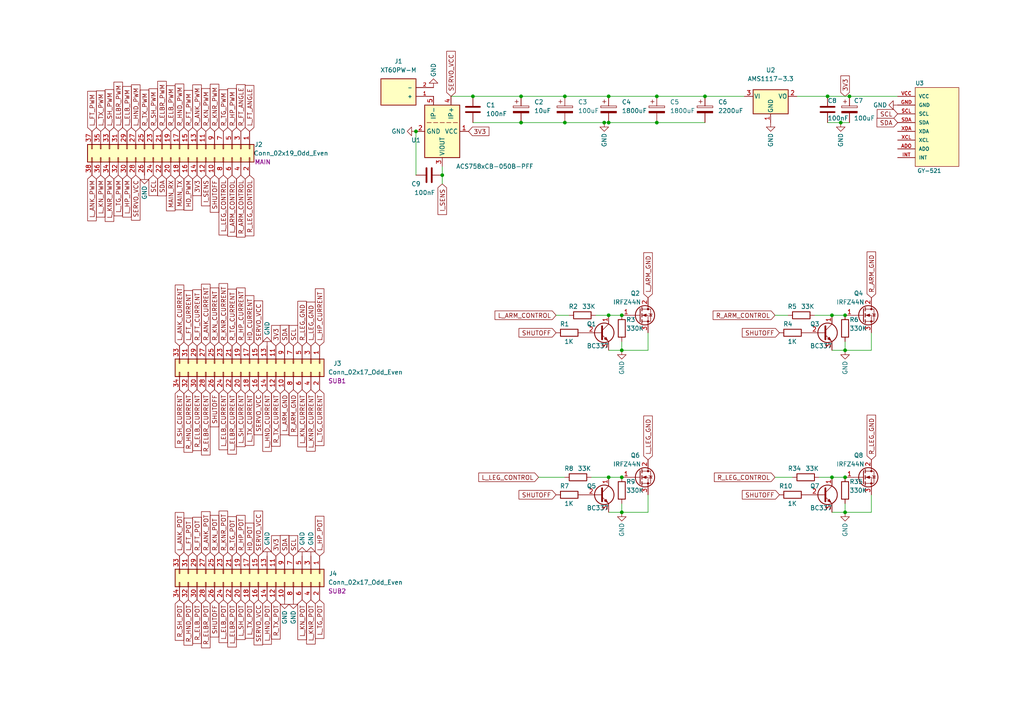
<source format=kicad_sch>
(kicad_sch (version 20230121) (generator eeschema)
  (paper "A4")
  (lib_symbols
    (symbol "Ben_modules:GY-521" (pin_names (offset 1.016))
      (property "Reference" "U" (at -5.715 13.335 0))
      (property "Value" "GY-521" (at -5.715 11.43 0))
      (symbol "GY-521_1_0"
        (rectangle (start -6.35 11.43) (end 6.35 -11.43) (fill (type background)))
      )
      (symbol "GY-521_1_1"
        (pin bidirectional line (at -11.43 -6.35 0) (length 5.08) (name "ADO") (number "ADO"))
        (pin bidirectional line (at -11.43 6.35 0) (length 5.08) (name "GND") (number "GND"))
        (pin bidirectional line (at -11.43 -8.89 0) (length 5.08) (name "INT") (number "INT"))
        (pin bidirectional line (at -11.43 3.81 0) (length 5.08) (name "SCL") (number "SCL"))
        (pin bidirectional line (at -11.43 1.27 0) (length 5.08) (name "SDA") (number "SDA"))
        (pin bidirectional line (at -11.43 8.89 0) (length 5.08) (name "VCC") (number "VCC"))
        (pin bidirectional line (at -11.43 -3.81 0) (length 5.08) (name "XCL") (number "XCL"))
        (pin bidirectional line (at -11.43 -1.27 0) (length 5.08) (name "XDA") (number "XDA"))
      )
    )
    (symbol "Ben_modules:XT60PW-M" (pin_names (offset 1.016))
      (property "Reference" "J" (at -5.08 5.7234 0))
      (property "Value" "XT60PW-M" (at -5.08 -5.0923 0))
      (symbol "XT60PW-M_0_0"
        (rectangle (start -5.08 -2.54) (end 5.08 5.08) (stroke (width 0.254)) (fill (type background)))
        (pin passive line (at -10.16 2.54 0) (length 5.08) (name "+") (number "1"))
        (pin passive line (at -10.16 0 0) (length 5.08) (name "-") (number "2"))
      )
    )
    (symbol "Connector_Generic:Conn_02x17_Odd_Even" (pin_names (offset 1.016) hide)
      (property "Reference" "J" (at 1.27 22.86 0))
      (property "Value" "Conn_02x17_Odd_Even" (at 1.27 -22.86 0))
      (symbol "Conn_02x17_Odd_Even_1_1"
        (rectangle (start -1.27 -20.193) (end 0 -20.447) (stroke (width 0.1524)))
        (rectangle (start -1.27 -17.653) (end 0 -17.907) (stroke (width 0.1524)))
        (rectangle (start -1.27 -15.113) (end 0 -15.367) (stroke (width 0.1524)))
        (rectangle (start -1.27 -12.573) (end 0 -12.827) (stroke (width 0.1524)))
        (rectangle (start -1.27 -10.033) (end 0 -10.287) (stroke (width 0.1524)))
        (rectangle (start -1.27 -7.493) (end 0 -7.747) (stroke (width 0.1524)))
        (rectangle (start -1.27 -4.953) (end 0 -5.207) (stroke (width 0.1524)))
        (rectangle (start -1.27 -2.413) (end 0 -2.667) (stroke (width 0.1524)))
        (rectangle (start -1.27 0.127) (end 0 -0.127) (stroke (width 0.1524)))
        (rectangle (start -1.27 2.667) (end 0 2.413) (stroke (width 0.1524)))
        (rectangle (start -1.27 5.207) (end 0 4.953) (stroke (width 0.1524)))
        (rectangle (start -1.27 7.747) (end 0 7.493) (stroke (width 0.1524)))
        (rectangle (start -1.27 10.287) (end 0 10.033) (stroke (width 0.1524)))
        (rectangle (start -1.27 12.827) (end 0 12.573) (stroke (width 0.1524)))
        (rectangle (start -1.27 15.367) (end 0 15.113) (stroke (width 0.1524)))
        (rectangle (start -1.27 17.907) (end 0 17.653) (stroke (width 0.1524)))
        (rectangle (start -1.27 20.447) (end 0 20.193) (stroke (width 0.1524)))
        (rectangle (start -1.27 21.59) (end 3.81 -21.59) (stroke (width 0.254)) (fill (type background)))
        (rectangle (start 3.81 -20.193) (end 2.54 -20.447) (stroke (width 0.1524)))
        (rectangle (start 3.81 -17.653) (end 2.54 -17.907) (stroke (width 0.1524)))
        (rectangle (start 3.81 -15.113) (end 2.54 -15.367) (stroke (width 0.1524)))
        (rectangle (start 3.81 -12.573) (end 2.54 -12.827) (stroke (width 0.1524)))
        (rectangle (start 3.81 -10.033) (end 2.54 -10.287) (stroke (width 0.1524)))
        (rectangle (start 3.81 -7.493) (end 2.54 -7.747) (stroke (width 0.1524)))
        (rectangle (start 3.81 -4.953) (end 2.54 -5.207) (stroke (width 0.1524)))
        (rectangle (start 3.81 -2.413) (end 2.54 -2.667) (stroke (width 0.1524)))
        (rectangle (start 3.81 0.127) (end 2.54 -0.127) (stroke (width 0.1524)))
        (rectangle (start 3.81 2.667) (end 2.54 2.413) (stroke (width 0.1524)))
        (rectangle (start 3.81 5.207) (end 2.54 4.953) (stroke (width 0.1524)))
        (rectangle (start 3.81 7.747) (end 2.54 7.493) (stroke (width 0.1524)))
        (rectangle (start 3.81 10.287) (end 2.54 10.033) (stroke (width 0.1524)))
        (rectangle (start 3.81 12.827) (end 2.54 12.573) (stroke (width 0.1524)))
        (rectangle (start 3.81 15.367) (end 2.54 15.113) (stroke (width 0.1524)))
        (rectangle (start 3.81 17.907) (end 2.54 17.653) (stroke (width 0.1524)))
        (rectangle (start 3.81 20.447) (end 2.54 20.193) (stroke (width 0.1524)))
        (pin passive line (at -5.08 20.32 0) (length 3.81) (name "Pin_1") (number "1"))
        (pin passive line (at 7.62 10.16 180) (length 3.81) (name "Pin_10") (number "10"))
        (pin passive line (at -5.08 7.62 0) (length 3.81) (name "Pin_11") (number "11"))
        (pin passive line (at 7.62 7.62 180) (length 3.81) (name "Pin_12") (number "12"))
        (pin passive line (at -5.08 5.08 0) (length 3.81) (name "Pin_13") (number "13"))
        (pin passive line (at 7.62 5.08 180) (length 3.81) (name "Pin_14") (number "14"))
        (pin passive line (at -5.08 2.54 0) (length 3.81) (name "Pin_15") (number "15"))
        (pin passive line (at 7.62 2.54 180) (length 3.81) (name "Pin_16") (number "16"))
        (pin passive line (at -5.08 0 0) (length 3.81) (name "Pin_17") (number "17"))
        (pin passive line (at 7.62 0 180) (length 3.81) (name "Pin_18") (number "18"))
        (pin passive line (at -5.08 -2.54 0) (length 3.81) (name "Pin_19") (number "19"))
        (pin passive line (at 7.62 20.32 180) (length 3.81) (name "Pin_2") (number "2"))
        (pin passive line (at 7.62 -2.54 180) (length 3.81) (name "Pin_20") (number "20"))
        (pin passive line (at -5.08 -5.08 0) (length 3.81) (name "Pin_21") (number "21"))
        (pin passive line (at 7.62 -5.08 180) (length 3.81) (name "Pin_22") (number "22"))
        (pin passive line (at -5.08 -7.62 0) (length 3.81) (name "Pin_23") (number "23"))
        (pin passive line (at 7.62 -7.62 180) (length 3.81) (name "Pin_24") (number "24"))
        (pin passive line (at -5.08 -10.16 0) (length 3.81) (name "Pin_25") (number "25"))
        (pin passive line (at 7.62 -10.16 180) (length 3.81) (name "Pin_26") (number "26"))
        (pin passive line (at -5.08 -12.7 0) (length 3.81) (name "Pin_27") (number "27"))
        (pin passive line (at 7.62 -12.7 180) (length 3.81) (name "Pin_28") (number "28"))
        (pin passive line (at -5.08 -15.24 0) (length 3.81) (name "Pin_29") (number "29"))
        (pin passive line (at -5.08 17.78 0) (length 3.81) (name "Pin_3") (number "3"))
        (pin passive line (at 7.62 -15.24 180) (length 3.81) (name "Pin_30") (number "30"))
        (pin passive line (at -5.08 -17.78 0) (length 3.81) (name "Pin_31") (number "31"))
        (pin passive line (at 7.62 -17.78 180) (length 3.81) (name "Pin_32") (number "32"))
        (pin passive line (at -5.08 -20.32 0) (length 3.81) (name "Pin_33") (number "33"))
        (pin passive line (at 7.62 -20.32 180) (length 3.81) (name "Pin_34") (number "34"))
        (pin passive line (at 7.62 17.78 180) (length 3.81) (name "Pin_4") (number "4"))
        (pin passive line (at -5.08 15.24 0) (length 3.81) (name "Pin_5") (number "5"))
        (pin passive line (at 7.62 15.24 180) (length 3.81) (name "Pin_6") (number "6"))
        (pin passive line (at -5.08 12.7 0) (length 3.81) (name "Pin_7") (number "7"))
        (pin passive line (at 7.62 12.7 180) (length 3.81) (name "Pin_8") (number "8"))
        (pin passive line (at -5.08 10.16 0) (length 3.81) (name "Pin_9") (number "9"))
      )
    )
    (symbol "Connector_Generic:Conn_02x19_Odd_Even" (pin_names (offset 1.016) hide)
      (property "Reference" "J" (at 1.27 25.4 0))
      (property "Value" "Conn_02x19_Odd_Even" (at 1.27 -25.4 0))
      (symbol "Conn_02x19_Odd_Even_1_1"
        (rectangle (start -1.27 -22.733) (end 0 -22.987) (stroke (width 0.1524)))
        (rectangle (start -1.27 -20.193) (end 0 -20.447) (stroke (width 0.1524)))
        (rectangle (start -1.27 -17.653) (end 0 -17.907) (stroke (width 0.1524)))
        (rectangle (start -1.27 -15.113) (end 0 -15.367) (stroke (width 0.1524)))
        (rectangle (start -1.27 -12.573) (end 0 -12.827) (stroke (width 0.1524)))
        (rectangle (start -1.27 -10.033) (end 0 -10.287) (stroke (width 0.1524)))
        (rectangle (start -1.27 -7.493) (end 0 -7.747) (stroke (width 0.1524)))
        (rectangle (start -1.27 -4.953) (end 0 -5.207) (stroke (width 0.1524)))
        (rectangle (start -1.27 -2.413) (end 0 -2.667) (stroke (width 0.1524)))
        (rectangle (start -1.27 0.127) (end 0 -0.127) (stroke (width 0.1524)))
        (rectangle (start -1.27 2.667) (end 0 2.413) (stroke (width 0.1524)))
        (rectangle (start -1.27 5.207) (end 0 4.953) (stroke (width 0.1524)))
        (rectangle (start -1.27 7.747) (end 0 7.493) (stroke (width 0.1524)))
        (rectangle (start -1.27 10.287) (end 0 10.033) (stroke (width 0.1524)))
        (rectangle (start -1.27 12.827) (end 0 12.573) (stroke (width 0.1524)))
        (rectangle (start -1.27 15.367) (end 0 15.113) (stroke (width 0.1524)))
        (rectangle (start -1.27 17.907) (end 0 17.653) (stroke (width 0.1524)))
        (rectangle (start -1.27 20.447) (end 0 20.193) (stroke (width 0.1524)))
        (rectangle (start -1.27 22.987) (end 0 22.733) (stroke (width 0.1524)))
        (rectangle (start -1.27 24.13) (end 3.81 -24.13) (stroke (width 0.254)) (fill (type background)))
        (rectangle (start 3.81 -22.733) (end 2.54 -22.987) (stroke (width 0.1524)))
        (rectangle (start 3.81 -20.193) (end 2.54 -20.447) (stroke (width 0.1524)))
        (rectangle (start 3.81 -17.653) (end 2.54 -17.907) (stroke (width 0.1524)))
        (rectangle (start 3.81 -15.113) (end 2.54 -15.367) (stroke (width 0.1524)))
        (rectangle (start 3.81 -12.573) (end 2.54 -12.827) (stroke (width 0.1524)))
        (rectangle (start 3.81 -10.033) (end 2.54 -10.287) (stroke (width 0.1524)))
        (rectangle (start 3.81 -7.493) (end 2.54 -7.747) (stroke (width 0.1524)))
        (rectangle (start 3.81 -4.953) (end 2.54 -5.207) (stroke (width 0.1524)))
        (rectangle (start 3.81 -2.413) (end 2.54 -2.667) (stroke (width 0.1524)))
        (rectangle (start 3.81 0.127) (end 2.54 -0.127) (stroke (width 0.1524)))
        (rectangle (start 3.81 2.667) (end 2.54 2.413) (stroke (width 0.1524)))
        (rectangle (start 3.81 5.207) (end 2.54 4.953) (stroke (width 0.1524)))
        (rectangle (start 3.81 7.747) (end 2.54 7.493) (stroke (width 0.1524)))
        (rectangle (start 3.81 10.287) (end 2.54 10.033) (stroke (width 0.1524)))
        (rectangle (start 3.81 12.827) (end 2.54 12.573) (stroke (width 0.1524)))
        (rectangle (start 3.81 15.367) (end 2.54 15.113) (stroke (width 0.1524)))
        (rectangle (start 3.81 17.907) (end 2.54 17.653) (stroke (width 0.1524)))
        (rectangle (start 3.81 20.447) (end 2.54 20.193) (stroke (width 0.1524)))
        (rectangle (start 3.81 22.987) (end 2.54 22.733) (stroke (width 0.1524)))
        (pin passive line (at -5.08 22.86 0) (length 3.81) (name "Pin_1") (number "1"))
        (pin passive line (at 7.62 12.7 180) (length 3.81) (name "Pin_10") (number "10"))
        (pin passive line (at -5.08 10.16 0) (length 3.81) (name "Pin_11") (number "11"))
        (pin passive line (at 7.62 10.16 180) (length 3.81) (name "Pin_12") (number "12"))
        (pin passive line (at -5.08 7.62 0) (length 3.81) (name "Pin_13") (number "13"))
        (pin passive line (at 7.62 7.62 180) (length 3.81) (name "Pin_14") (number "14"))
        (pin passive line (at -5.08 5.08 0) (length 3.81) (name "Pin_15") (number "15"))
        (pin passive line (at 7.62 5.08 180) (length 3.81) (name "Pin_16") (number "16"))
        (pin passive line (at -5.08 2.54 0) (length 3.81) (name "Pin_17") (number "17"))
        (pin passive line (at 7.62 2.54 180) (length 3.81) (name "Pin_18") (number "18"))
        (pin passive line (at -5.08 0 0) (length 3.81) (name "Pin_19") (number "19"))
        (pin passive line (at 7.62 22.86 180) (length 3.81) (name "Pin_2") (number "2"))
        (pin passive line (at 7.62 0 180) (length 3.81) (name "Pin_20") (number "20"))
        (pin passive line (at -5.08 -2.54 0) (length 3.81) (name "Pin_21") (number "21"))
        (pin passive line (at 7.62 -2.54 180) (length 3.81) (name "Pin_22") (number "22"))
        (pin passive line (at -5.08 -5.08 0) (length 3.81) (name "Pin_23") (number "23"))
        (pin passive line (at 7.62 -5.08 180) (length 3.81) (name "Pin_24") (number "24"))
        (pin passive line (at -5.08 -7.62 0) (length 3.81) (name "Pin_25") (number "25"))
        (pin passive line (at 7.62 -7.62 180) (length 3.81) (name "Pin_26") (number "26"))
        (pin passive line (at -5.08 -10.16 0) (length 3.81) (name "Pin_27") (number "27"))
        (pin passive line (at 7.62 -10.16 180) (length 3.81) (name "Pin_28") (number "28"))
        (pin passive line (at -5.08 -12.7 0) (length 3.81) (name "Pin_29") (number "29"))
        (pin passive line (at -5.08 20.32 0) (length 3.81) (name "Pin_3") (number "3"))
        (pin passive line (at 7.62 -12.7 180) (length 3.81) (name "Pin_30") (number "30"))
        (pin passive line (at -5.08 -15.24 0) (length 3.81) (name "Pin_31") (number "31"))
        (pin passive line (at 7.62 -15.24 180) (length 3.81) (name "Pin_32") (number "32"))
        (pin passive line (at -5.08 -17.78 0) (length 3.81) (name "Pin_33") (number "33"))
        (pin passive line (at 7.62 -17.78 180) (length 3.81) (name "Pin_34") (number "34"))
        (pin passive line (at -5.08 -20.32 0) (length 3.81) (name "Pin_35") (number "35"))
        (pin passive line (at 7.62 -20.32 180) (length 3.81) (name "Pin_36") (number "36"))
        (pin passive line (at -5.08 -22.86 0) (length 3.81) (name "Pin_37") (number "37"))
        (pin passive line (at 7.62 -22.86 180) (length 3.81) (name "Pin_38") (number "38"))
        (pin passive line (at 7.62 20.32 180) (length 3.81) (name "Pin_4") (number "4"))
        (pin passive line (at -5.08 17.78 0) (length 3.81) (name "Pin_5") (number "5"))
        (pin passive line (at 7.62 17.78 180) (length 3.81) (name "Pin_6") (number "6"))
        (pin passive line (at -5.08 15.24 0) (length 3.81) (name "Pin_7") (number "7"))
        (pin passive line (at 7.62 15.24 180) (length 3.81) (name "Pin_8") (number "8"))
        (pin passive line (at -5.08 12.7 0) (length 3.81) (name "Pin_9") (number "9"))
      )
    )
    (symbol "Device:C" (pin_numbers hide) (pin_names (offset 0.254))
      (property "Reference" "C" (at 0.635 2.54 0))
      (property "Value" "C" (at 0.635 -2.54 0))
      (symbol "C_0_1"
        (polyline (pts (xy -2.032 -0.762) (xy 2.032 -0.762)) (stroke (width 0.508)))
        (polyline (pts (xy -2.032 0.762) (xy 2.032 0.762)) (stroke (width 0.508)))
      )
      (symbol "C_1_1"
        (pin passive line (at 0 3.81 270) (length 2.794) (name "~") (number "1"))
        (pin passive line (at 0 -3.81 90) (length 2.794) (name "~") (number "2"))
      )
    )
    (symbol "Device:C_Polarized" (pin_numbers hide) (pin_names (offset 0.254))
      (property "Reference" "C" (at 0.635 2.54 0))
      (property "Value" "C_Polarized" (at 0.635 -2.54 0))
      (symbol "C_Polarized_0_1"
        (rectangle (start -2.286 0.508) (end 2.286 1.016))
        (polyline (pts (xy -1.778 2.286) (xy -0.762 2.286)))
        (polyline (pts (xy -1.27 2.794) (xy -1.27 1.778)))
        (rectangle (start 2.286 -0.508) (end -2.286 -1.016) (fill (type outline)))
      )
      (symbol "C_Polarized_1_1"
        (pin passive line (at 0 3.81 270) (length 2.794) (name "~") (number "1"))
        (pin passive line (at 0 -3.81 90) (length 2.794) (name "~") (number "2"))
      )
    )
    (symbol "Device:R" (pin_numbers hide) (pin_names (offset 0))
      (property "Reference" "R" (at 2.032 0 90))
      (property "Value" "R" (at 0 0 90))
      (symbol "R_0_1"
        (rectangle (start -1.016 -2.54) (end 1.016 2.54) (stroke (width 0.254)))
      )
      (symbol "R_1_1"
        (pin passive line (at 0 3.81 270) (length 1.27) (name "~") (number "1"))
        (pin passive line (at 0 -3.81 90) (length 1.27) (name "~") (number "2"))
      )
    )
    (symbol "Regulator_Linear:AMS1117-3.3" (pin_names (offset 0.254))
      (property "Reference" "U" (at -3.81 3.175 0))
      (property "Value" "AMS1117-3.3" (at 0 3.175 0))
      (symbol "AMS1117-3.3_0_1"
        (rectangle (start -5.08 -5.08) (end 5.08 1.905) (stroke (width 0.254)) (fill (type background)))
      )
      (symbol "AMS1117-3.3_1_1"
        (pin power_in line (at 0 -7.62 90) (length 2.54) (name "GND") (number "1"))
        (pin power_out line (at 7.62 0 180) (length 2.54) (name "VO") (number "2"))
        (pin power_in line (at -7.62 0 0) (length 2.54) (name "VI") (number "3"))
      )
    )
    (symbol "Sensor_Current:ACS758xCB-050B-PFF"
      (property "Reference" "U" (at -7.62 6.35 0))
      (property "Value" "ACS758xCB-050B-PFF" (at 2.54 6.35 0))
      (symbol "ACS758xCB-050B-PFF_0_1"
        (rectangle (start -7.62 5.08) (end 7.62 -5.08) (stroke (width 0.254)) (fill (type background)))
        (polyline (pts (xy -2.54 -3.175) (xy -2.54 -4.445)))
        (polyline (pts (xy -2.54 -1.27) (xy -2.54 -2.54)))
        (polyline (pts (xy -2.54 0.635) (xy -2.54 -0.635)))
        (polyline (pts (xy -2.54 1.27) (xy -2.54 2.54)))
        (polyline (pts (xy -2.54 3.175) (xy -2.54 4.445)))
      )
      (symbol "ACS758xCB-050B-PFF_1_1"
        (pin power_in line (at 0 7.62 270) (length 2.54) (name "VCC") (number "1"))
        (pin power_in line (at 0 -7.62 90) (length 2.54) (name "GND") (number "2"))
        (pin output line (at 10.16 0 180) (length 2.54) (name "VIOUT") (number "3"))
        (pin passive line (at -10.16 2.54 0) (length 2.54) (name "IP+") (number "4"))
        (pin passive line (at -10.16 -2.54 0) (length 2.54) (name "IP-") (number "5"))
      )
    )
    (symbol "Transistor_BJT:BC337" (pin_names (offset 0) hide)
      (property "Reference" "Q" (at 5.08 1.905 0))
      (property "Value" "BC337" (at 5.08 0 0))
      (symbol "BC337_0_1"
        (polyline (pts (xy 0 0) (xy 0.635 0)))
        (polyline (pts (xy 0.635 0.635) (xy 2.54 2.54)))
        (polyline (pts (xy 0.635 -0.635) (xy 2.54 -2.54) (xy 2.54 -2.54)))
        (polyline (pts (xy 0.635 1.905) (xy 0.635 -1.905) (xy 0.635 -1.905)) (stroke (width 0.508)))
        (polyline (pts (xy 1.27 -1.778) (xy 1.778 -1.27) (xy 2.286 -2.286) (xy 1.27 -1.778) (xy 1.27 -1.778)) (fill (type outline)))
        (circle (center 1.27 0) (radius 2.8194) (stroke (width 0.254)))
      )
      (symbol "BC337_1_1"
        (pin passive line (at 2.54 5.08 270) (length 2.54) (name "C") (number "1"))
        (pin input line (at -5.08 0 0) (length 5.08) (name "B") (number "2"))
        (pin passive line (at 2.54 -5.08 90) (length 2.54) (name "E") (number "3"))
      )
    )
    (symbol "Transistor_FET:IRF540N" (pin_names hide)
      (property "Reference" "Q" (at 6.35 1.905 0))
      (property "Value" "IRF540N" (at 6.35 0 0))
      (symbol "IRF540N_0_1"
        (polyline (pts (xy 0.254 0) (xy -2.54 0)))
        (polyline (pts (xy 0.254 1.905) (xy 0.254 -1.905)) (stroke (width 0.254)))
        (polyline (pts (xy 0.762 -1.27) (xy 0.762 -2.286)) (stroke (width 0.254)))
        (polyline (pts (xy 0.762 0.508) (xy 0.762 -0.508)) (stroke (width 0.254)))
        (polyline (pts (xy 0.762 2.286) (xy 0.762 1.27)) (stroke (width 0.254)))
        (polyline (pts (xy 2.54 2.54) (xy 2.54 1.778)))
        (polyline (pts (xy 2.54 -2.54) (xy 2.54 0) (xy 0.762 0)))
        (polyline (pts (xy 0.762 -1.778) (xy 3.302 -1.778) (xy 3.302 1.778) (xy 0.762 1.778)))
        (polyline (pts (xy 1.016 0) (xy 2.032 0.381) (xy 2.032 -0.381) (xy 1.016 0)) (fill (type outline)))
        (polyline (pts (xy 2.794 0.508) (xy 2.921 0.381) (xy 3.683 0.381) (xy 3.81 0.254)))
        (polyline (pts (xy 3.302 0.381) (xy 2.921 -0.254) (xy 3.683 -0.254) (xy 3.302 0.381)))
        (circle (center 1.651 0) (radius 2.794) (stroke (width 0.254)))
        (circle (center 2.54 -1.778) (radius 0.254) (fill (type outline)))
        (circle (center 2.54 1.778) (radius 0.254) (fill (type outline)))
      )
      (symbol "IRF540N_1_1"
        (pin input line (at -5.08 0 0) (length 2.54) (name "G") (number "1"))
        (pin passive line (at 2.54 5.08 270) (length 2.54) (name "D") (number "2"))
        (pin passive line (at 2.54 -5.08 90) (length 2.54) (name "S") (number "3"))
      )
    )
    (symbol "power:GND" (power) (pin_names (offset 0))
      (property "Value" "GND" (at 0 -3.81 0))
      (symbol "GND_0_1"
        (polyline (pts (xy 0 0) (xy 0 -1.27) (xy 1.27 -1.27) (xy 0 -2.54) (xy -1.27 -1.27) (xy 0 -1.27)))
      )
      (symbol "GND_1_1"
        (pin power_in line (at 0 0 270) (length 0) hide (name "GND") (number "1"))
      )
    )
  )
  (junction (at 204.47 27.94))
  (junction (at 176.53 91.44))
  (junction (at 246.38 27.94))
  (junction (at 241.3 91.44))
  (junction (at 163.83 27.94))
  (junction (at 176.53 27.94))
  (junction (at 176.53 138.43))
  (junction (at 243.84 35.56))
  (junction (at 180.34 138.43))
  (junction (at 245.11 101.6))
  (junction (at 128.27 50.8))
  (junction (at 180.34 101.6))
  (junction (at 245.11 138.43))
  (junction (at 190.5 27.94))
  (junction (at 163.83 35.56))
  (junction (at 180.34 91.44))
  (junction (at 120.65 38.1))
  (junction (at 176.53 35.56))
  (junction (at 175.26 35.56))
  (junction (at 241.3 138.43))
  (junction (at 180.34 148.59))
  (junction (at 190.5 35.56))
  (junction (at 240.03 27.94))
  (junction (at 151.13 35.56))
  (junction (at 245.11 148.59))
  (junction (at 151.13 27.94))
  (junction (at 245.11 91.44))
  (junction (at 137.16 27.94))
  (wire (pts (xy 241.3 101.6) (xy 245.11 101.6)))
  (wire (pts (xy 151.13 35.56) (xy 163.83 35.56)))
  (wire (pts (xy 130.81 27.94) (xy 137.16 27.94)))
  (wire (pts (xy 161.29 91.44) (xy 165.1 91.44)))
  (wire (pts (xy 190.5 27.94) (xy 204.47 27.94)))
  (wire (pts (xy 187.96 143.51) (xy 187.96 148.59)))
  (wire (pts (xy 245.11 148.59) (xy 245.11 146.05)))
  (wire (pts (xy 241.3 138.43) (xy 245.11 138.43)))
  (wire (pts (xy 187.96 96.52) (xy 187.96 101.6)))
  (wire (pts (xy 240.03 35.56) (xy 243.84 35.56)))
  (wire (pts (xy 163.83 35.56) (xy 175.26 35.56)))
  (wire (pts (xy 137.16 35.56) (xy 151.13 35.56)))
  (wire (pts (xy 163.83 27.94) (xy 176.53 27.94)))
  (wire (pts (xy 187.96 148.59) (xy 180.34 148.59)))
  (wire (pts (xy 176.53 35.56) (xy 190.5 35.56)))
  (wire (pts (xy 187.96 101.6) (xy 180.34 101.6)))
  (wire (pts (xy 180.34 148.59) (xy 180.34 146.05)))
  (wire (pts (xy 231.14 27.94) (xy 240.03 27.94)))
  (wire (pts (xy 224.79 91.44) (xy 228.6 91.44)))
  (wire (pts (xy 204.47 27.94) (xy 215.9 27.94)))
  (wire (pts (xy 241.3 148.59) (xy 245.11 148.59)))
  (wire (pts (xy 151.13 27.94) (xy 163.83 27.94)))
  (wire (pts (xy 243.84 35.56) (xy 246.38 35.56)))
  (wire (pts (xy 224.79 138.43) (xy 229.87 138.43)))
  (wire (pts (xy 128.27 50.8) (xy 128.27 48.26)))
  (wire (pts (xy 137.16 27.94) (xy 151.13 27.94)))
  (wire (pts (xy 175.26 35.56) (xy 176.53 35.56)))
  (wire (pts (xy 252.73 143.51) (xy 252.73 148.59)))
  (wire (pts (xy 176.53 27.94) (xy 190.5 27.94)))
  (wire (pts (xy 246.38 27.94) (xy 260.35 27.94)))
  (wire (pts (xy 176.53 148.59) (xy 180.34 148.59)))
  (wire (pts (xy 172.72 91.44) (xy 176.53 91.44)))
  (wire (pts (xy 176.53 101.6) (xy 180.34 101.6)))
  (wire (pts (xy 237.49 138.43) (xy 241.3 138.43)))
  (wire (pts (xy 236.22 91.44) (xy 241.3 91.44)))
  (wire (pts (xy 252.73 101.6) (xy 245.11 101.6)))
  (wire (pts (xy 176.53 91.44) (xy 180.34 91.44)))
  (wire (pts (xy 176.53 138.43) (xy 180.34 138.43)))
  (wire (pts (xy 245.11 101.6) (xy 245.11 99.06)))
  (wire (pts (xy 180.34 101.6) (xy 180.34 99.06)))
  (wire (pts (xy 171.45 138.43) (xy 176.53 138.43)))
  (wire (pts (xy 190.5 35.56) (xy 204.47 35.56)))
  (wire (pts (xy 252.73 148.59) (xy 245.11 148.59)))
  (wire (pts (xy 252.73 96.52) (xy 252.73 101.6)))
  (wire (pts (xy 241.3 91.44) (xy 245.11 91.44)))
  (wire (pts (xy 128.27 53.34) (xy 128.27 50.8)))
  (wire (pts (xy 240.03 27.94) (xy 246.38 27.94)))
  (wire (pts (xy 156.21 138.43) (xy 163.83 138.43)))
  (wire (pts (xy 120.65 38.1) (xy 120.65 50.8)))
  (global_label "SHUTOFF" (shape input) (at 62.23 50.8 270) (property "Intersheetrefs" "${INTERSHEET_REFS}" (effects hide)))
  (global_label "L_HND_POT" (shape input) (at 77.47 173.99 270) (property "Intersheetrefs" "${INTERSHEET_REFS}" (effects hide)))
  (global_label "R_FT_POT" (shape input) (at 57.15 161.29 90) (property "Intersheetrefs" "${INTERSHEET_REFS}" (effects hide)))
  (global_label "L_TX_CURRENT" (shape input) (at 72.39 113.03 270) (property "Intersheetrefs" "${INTERSHEET_REFS}" (effects hide)))
  (global_label "SERVO_VCC" (shape input) (at 74.93 161.29 90) (property "Intersheetrefs" "${INTERSHEET_REFS}" (effects hide)))
  (global_label "L_ARM_GND" (shape input) (at 187.96 86.36 90) (property "Intersheetrefs" "${INTERSHEET_REFS}" (effects hide)))
  (global_label "R_SH_POT" (shape input) (at 52.07 173.99 270) (property "Intersheetrefs" "${INTERSHEET_REFS}" (effects hide)))
  (global_label "R_TX_CURRENT" (shape input) (at 80.01 113.03 270) (property "Intersheetrefs" "${INTERSHEET_REFS}" (effects hide)))
  (global_label "L_HND_CURRENT" (shape input) (at 77.47 113.03 270) (property "Intersheetrefs" "${INTERSHEET_REFS}" (effects hide)))
  (global_label "R_LEG_CONTROL" (shape input) (at 224.79 138.43 180) (property "Intersheetrefs" "${INTERSHEET_REFS}" (effects hide)))
  (global_label "3V3" (shape input) (at 80.01 161.29 90) (property "Intersheetrefs" "${INTERSHEET_REFS}" (effects hide)))
  (global_label "L_ELB_CURRENT" (shape input) (at 64.77 113.03 270) (property "Intersheetrefs" "${INTERSHEET_REFS}" (effects hide)))
  (global_label "R_TG_CURRENT" (shape input) (at 67.31 100.33 90) (property "Intersheetrefs" "${INTERSHEET_REFS}" (effects hide)))
  (global_label "SCL" (shape input) (at 44.45 50.8 270) (property "Intersheetrefs" "${INTERSHEET_REFS}" (effects hide)))
  (global_label "SDA" (shape input) (at 260.35 35.56 180) (property "Intersheetrefs" "${INTERSHEET_REFS}" (effects hide)))
  (global_label "R_ANK_POT" (shape input) (at 59.69 161.29 90) (property "Intersheetrefs" "${INTERSHEET_REFS}" (effects hide)))
  (global_label "R_ELB_POT" (shape input) (at 57.15 173.99 270) (property "Intersheetrefs" "${INTERSHEET_REFS}" (effects hide)))
  (global_label "L_LEG_GND" (shape input) (at 187.96 133.35 90) (property "Intersheetrefs" "${INTERSHEET_REFS}" (effects hide)))
  (global_label "L_ARM_CONTROL" (shape input) (at 161.29 91.44 180) (property "Intersheetrefs" "${INTERSHEET_REFS}" (effects hide)))
  (global_label "SCL" (shape input) (at 260.35 33.02 180) (property "Intersheetrefs" "${INTERSHEET_REFS}" (effects hide)))
  (global_label "L_TX_PWM" (shape input) (at 29.21 38.1 90) (property "Intersheetrefs" "${INTERSHEET_REFS}" (effects hide)))
  (global_label "L_KN_POT" (shape input) (at 87.63 173.99 270) (property "Intersheetrefs" "${INTERSHEET_REFS}" (effects hide)))
  (global_label "R_KN_PWM" (shape input) (at 59.69 38.1 90) (property "Intersheetrefs" "${INTERSHEET_REFS}" (effects hide)))
  (global_label "R_LEG_GND" (shape input) (at 252.73 133.35 90) (property "Intersheetrefs" "${INTERSHEET_REFS}" (effects hide)))
  (global_label "R_TX_POT" (shape input) (at 80.01 173.99 270) (property "Intersheetrefs" "${INTERSHEET_REFS}" (effects hide)))
  (global_label "SHUTOFF" (shape input) (at 62.23 173.99 270) (property "Intersheetrefs" "${INTERSHEET_REFS}" (effects hide)))
  (global_label "L_ELB_PWM" (shape input) (at 36.83 38.1 90) (property "Intersheetrefs" "${INTERSHEET_REFS}" (effects hide)))
  (global_label "R_KN_CURRENT" (shape input) (at 62.23 100.33 90) (property "Intersheetrefs" "${INTERSHEET_REFS}" (effects hide)))
  (global_label "L_FT_PWM" (shape input) (at 26.67 38.1 90) (property "Intersheetrefs" "${INTERSHEET_REFS}" (effects hide)))
  (global_label "L_TG_PWM" (shape input) (at 34.29 50.8 270) (property "Intersheetrefs" "${INTERSHEET_REFS}" (effects hide)))
  (global_label "L_SH_PWM" (shape input) (at 31.75 38.1 90) (property "Intersheetrefs" "${INTERSHEET_REFS}" (effects hide)))
  (global_label "I_SENS" (shape input) (at 59.69 50.8 270) (property "Intersheetrefs" "${INTERSHEET_REFS}" (effects hide)))
  (global_label "HD_POT" (shape input) (at 72.39 161.29 90) (property "Intersheetrefs" "${INTERSHEET_REFS}" (effects hide)))
  (global_label "I_SENS" (shape input) (at 128.27 53.34 270) (property "Intersheetrefs" "${INTERSHEET_REFS}" (effects hide)))
  (global_label "SERVO_VCC" (shape input) (at 130.81 27.94 90) (property "Intersheetrefs" "${INTERSHEET_REFS}" (effects hide)))
  (global_label "L_KNR_POT" (shape input) (at 90.17 173.99 270) (property "Intersheetrefs" "${INTERSHEET_REFS}" (effects hide)))
  (global_label "SERVO_VCC" (shape input) (at 39.37 50.8 270) (property "Intersheetrefs" "${INTERSHEET_REFS}" (effects hide)))
  (global_label "L_ELBR_CURRENT" (shape input) (at 67.31 113.03 270) (property "Intersheetrefs" "${INTERSHEET_REFS}" (effects hide)))
  (global_label "SERVO_VCC" (shape input) (at 74.93 173.99 270) (property "Intersheetrefs" "${INTERSHEET_REFS}" (effects hide)))
  (global_label "L_TX_POT" (shape input) (at 72.39 173.99 270) (property "Intersheetrefs" "${INTERSHEET_REFS}" (effects hide)))
  (global_label "SDA" (shape input) (at 46.99 50.8 270) (property "Intersheetrefs" "${INTERSHEET_REFS}" (effects hide)))
  (global_label "R_HND_PWM" (shape input) (at 52.07 38.1 90) (property "Intersheetrefs" "${INTERSHEET_REFS}" (effects hide)))
  (global_label "R_ANK_PWM" (shape input) (at 57.15 38.1 90) (property "Intersheetrefs" "${INTERSHEET_REFS}" (effects hide)))
  (global_label "R_SH_CURRENT" (shape input) (at 52.07 113.03 270) (property "Intersheetrefs" "${INTERSHEET_REFS}" (effects hide)))
  (global_label "L_HP_PWM" (shape input) (at 36.83 50.8 270) (property "Intersheetrefs" "${INTERSHEET_REFS}" (effects hide)))
  (global_label "R_HP_PWM" (shape input) (at 67.31 38.1 90) (property "Intersheetrefs" "${INTERSHEET_REFS}" (effects hide)))
  (global_label "SDA" (shape input) (at 82.55 161.29 90) (property "Intersheetrefs" "${INTERSHEET_REFS}" (effects hide)))
  (global_label "R_ARM_GND" (shape input) (at 85.09 113.03 270) (property "Intersheetrefs" "${INTERSHEET_REFS}" (effects hide)))
  (global_label "L_TG_CURRENT" (shape input) (at 92.71 113.03 270) (property "Intersheetrefs" "${INTERSHEET_REFS}" (effects hide)))
  (global_label "R_TG_PWM" (shape input) (at 64.77 38.1 90) (property "Intersheetrefs" "${INTERSHEET_REFS}" (effects hide)))
  (global_label "SHUTOFF" (shape input) (at 161.29 96.52 180) (property "Intersheetrefs" "${INTERSHEET_REFS}" (effects hide)))
  (global_label "L_FT_CURRENT" (shape input) (at 54.61 100.33 90) (property "Intersheetrefs" "${INTERSHEET_REFS}" (effects hide)))
  (global_label "R_ARM_GND" (shape input) (at 252.73 86.36 90) (property "Intersheetrefs" "${INTERSHEET_REFS}" (effects hide)))
  (global_label "SHUTOFF" (shape input) (at 161.29 143.51 180) (property "Intersheetrefs" "${INTERSHEET_REFS}" (effects hide)))
  (global_label "R_KNR_PWM" (shape input) (at 62.23 38.1 90) (property "Intersheetrefs" "${INTERSHEET_REFS}" (effects hide)))
  (global_label "MAIN_RX" (shape input) (at 49.53 50.8 270) (property "Intersheetrefs" "${INTERSHEET_REFS}" (effects hide)))
  (global_label "L_HP_CURRENT" (shape input) (at 92.71 100.33 90) (property "Intersheetrefs" "${INTERSHEET_REFS}" (effects hide)))
  (global_label "SHUTOFF" (shape input) (at 226.06 143.51 180) (property "Intersheetrefs" "${INTERSHEET_REFS}" (effects hide)))
  (global_label "R_FT_CURRENT" (shape input) (at 57.15 100.33 90) (property "Intersheetrefs" "${INTERSHEET_REFS}" (effects hide)))
  (global_label "L_ELBR_POT" (shape input) (at 67.31 173.99 270) (property "Intersheetrefs" "${INTERSHEET_REFS}" (effects hide)))
  (global_label "3V3" (shape input) (at 57.15 50.8 270) (property "Intersheetrefs" "${INTERSHEET_REFS}" (effects hide)))
  (global_label "3V3" (shape input) (at 135.89 38.1 0) (property "Intersheetrefs" "${INTERSHEET_REFS}" (effects hide)))
  (global_label "R_LEG_CONTROL" (shape input) (at 72.39 50.8 270) (property "Intersheetrefs" "${INTERSHEET_REFS}" (effects hide)))
  (global_label "R_KNR_POT" (shape input) (at 64.77 161.29 90) (property "Intersheetrefs" "${INTERSHEET_REFS}" (effects hide)))
  (global_label "R_ANK_CURRENT" (shape input) (at 59.69 100.33 90) (property "Intersheetrefs" "${INTERSHEET_REFS}" (effects hide)))
  (global_label "L_ANK_CURRENT" (shape input) (at 52.07 100.33 90) (property "Intersheetrefs" "${INTERSHEET_REFS}" (effects hide)))
  (global_label "L_ARM_CONTROL" (shape input) (at 67.31 50.8 270) (property "Intersheetrefs" "${INTERSHEET_REFS}" (effects hide)))
  (global_label "SHUTOFF" (shape input) (at 226.06 96.52 180) (property "Intersheetrefs" "${INTERSHEET_REFS}" (effects hide)))
  (global_label "L_ELB_POT" (shape input) (at 64.77 173.99 270) (property "Intersheetrefs" "${INTERSHEET_REFS}" (effects hide)))
  (global_label "R_ARM_CONTROL" (shape input) (at 224.79 91.44 180) (property "Intersheetrefs" "${INTERSHEET_REFS}" (effects hide)))
  (global_label "L_KN_PWM" (shape input) (at 29.21 50.8 270) (property "Intersheetrefs" "${INTERSHEET_REFS}" (effects hide)))
  (global_label "R_ARM_CONTROL" (shape input) (at 69.85 50.8 270) (property "Intersheetrefs" "${INTERSHEET_REFS}" (effects hide)))
  (global_label "R_HP_CURRENT" (shape input) (at 69.85 100.33 90) (property "Intersheetrefs" "${INTERSHEET_REFS}" (effects hide)))
  (global_label "SERVO_VCC" (shape input) (at 74.93 113.03 270) (property "Intersheetrefs" "${INTERSHEET_REFS}" (effects hide)))
  (global_label "R_ELBR_CURRENT" (shape input) (at 59.69 113.03 270) (property "Intersheetrefs" "${INTERSHEET_REFS}" (effects hide)))
  (global_label "R_TG_POT" (shape input) (at 67.31 161.29 90) (property "Intersheetrefs" "${INTERSHEET_REFS}" (effects hide)))
  (global_label "L_ELBR_PWM" (shape input) (at 34.29 38.1 90) (property "Intersheetrefs" "${INTERSHEET_REFS}" (effects hide)))
  (global_label "L_LEG_CONTROL" (shape input) (at 64.77 50.8 270) (property "Intersheetrefs" "${INTERSHEET_REFS}" (effects hide)))
  (global_label "MAIN_TX" (shape input) (at 52.07 50.8 270) (property "Intersheetrefs" "${INTERSHEET_REFS}" (effects hide)))
  (global_label "R_KN_POT" (shape input) (at 62.23 161.29 90) (property "Intersheetrefs" "${INTERSHEET_REFS}" (effects hide)))
  (global_label "SCL" (shape input) (at 85.09 161.29 90) (property "Intersheetrefs" "${INTERSHEET_REFS}" (effects hide)))
  (global_label "R_HP_POT" (shape input) (at 69.85 161.29 90) (property "Intersheetrefs" "${INTERSHEET_REFS}" (effects hide)))
  (global_label "R_ELBR_PWM" (shape input) (at 46.99 38.1 90) (property "Intersheetrefs" "${INTERSHEET_REFS}" (effects hide)))
  (global_label "L_LEG_CONTROL" (shape input) (at 156.21 138.43 180) (property "Intersheetrefs" "${INTERSHEET_REFS}" (effects hide)))
  (global_label "SHUTOFF" (shape input) (at 62.23 113.03 270) (property "Intersheetrefs" "${INTERSHEET_REFS}" (effects hide)))
  (global_label "R_KNR_CURRENT" (shape input) (at 64.77 100.33 90) (property "Intersheetrefs" "${INTERSHEET_REFS}" (effects hide)))
  (global_label "L_HP_POT" (shape input) (at 92.71 161.29 90) (property "Intersheetrefs" "${INTERSHEET_REFS}" (effects hide)))
  (global_label "L_TG_POT" (shape input) (at 92.71 173.99 270) (property "Intersheetrefs" "${INTERSHEET_REFS}" (effects hide)))
  (global_label "L_KN_CURRENT" (shape input) (at 87.63 113.03 270) (property "Intersheetrefs" "${INTERSHEET_REFS}" (effects hide)))
  (global_label "R_TX_PWM" (shape input) (at 41.91 38.1 90) (property "Intersheetrefs" "${INTERSHEET_REFS}" (effects hide)))
  (global_label "L_LEG_GND" (shape input) (at 90.17 100.33 90) (property "Intersheetrefs" "${INTERSHEET_REFS}" (effects hide)))
  (global_label "L_ARM_GND" (shape input) (at 82.55 113.03 270) (property "Intersheetrefs" "${INTERSHEET_REFS}" (effects hide)))
  (global_label "R_FT_PWM" (shape input) (at 54.61 38.1 90) (property "Intersheetrefs" "${INTERSHEET_REFS}" (effects hide)))
  (global_label "R_FT_ANGLE" (shape input) (at 69.85 38.1 90) (property "Intersheetrefs" "${INTERSHEET_REFS}" (effects hide)))
  (global_label "L_KNR_PWM" (shape input) (at 31.75 50.8 270) (property "Intersheetrefs" "${INTERSHEET_REFS}" (effects hide)))
  (global_label "L_HND_PWM" (shape input) (at 39.37 38.1 90) (property "Intersheetrefs" "${INTERSHEET_REFS}" (effects hide)))
  (global_label "R_HND_POT" (shape input) (at 54.61 173.99 270) (property "Intersheetrefs" "${INTERSHEET_REFS}" (effects hide)))
  (global_label "L_FT_ANGLE" (shape input) (at 72.39 38.1 90) (property "Intersheetrefs" "${INTERSHEET_REFS}" (effects hide)))
  (global_label "L_FT_POT" (shape input) (at 54.61 161.29 90) (property "Intersheetrefs" "${INTERSHEET_REFS}" (effects hide)))
  (global_label "R_ELB_PWM" (shape input) (at 49.53 38.1 90) (property "Intersheetrefs" "${INTERSHEET_REFS}" (effects hide)))
  (global_label "R_LEG_GND" (shape input) (at 87.63 100.33 90) (property "Intersheetrefs" "${INTERSHEET_REFS}" (effects hide)))
  (global_label "L_KNR_CURRENT" (shape input) (at 90.17 113.03 270) (property "Intersheetrefs" "${INTERSHEET_REFS}" (effects hide)))
  (global_label "R_ELBR_POT" (shape input) (at 59.69 173.99 270) (property "Intersheetrefs" "${INTERSHEET_REFS}" (effects hide)))
  (global_label "HD_CURRENT" (shape input) (at 72.39 100.33 90) (property "Intersheetrefs" "${INTERSHEET_REFS}" (effects hide)))
  (global_label "L_SH_POT" (shape input) (at 69.85 173.99 270) (property "Intersheetrefs" "${INTERSHEET_REFS}" (effects hide)))
  (global_label "R_ELB_CURRENT" (shape input) (at 57.15 113.03 270) (property "Intersheetrefs" "${INTERSHEET_REFS}" (effects hide)))
  (global_label "SCL" (shape input) (at 85.09 100.33 90) (property "Intersheetrefs" "${INTERSHEET_REFS}" (effects hide)))
  (global_label "3V3" (shape input) (at 80.01 100.33 90) (property "Intersheetrefs" "${INTERSHEET_REFS}" (effects hide)))
  (global_label "SDA" (shape input) (at 82.55 100.33 90) (property "Intersheetrefs" "${INTERSHEET_REFS}" (effects hide)))
  (global_label "R_HND_CURRENT" (shape input) (at 54.61 113.03 270) (property "Intersheetrefs" "${INTERSHEET_REFS}" (effects hide)))
  (global_label "L_SH_CURRENT" (shape input) (at 69.85 113.03 270) (property "Intersheetrefs" "${INTERSHEET_REFS}" (effects hide)))
  (global_label "SERVO_VCC" (shape input) (at 74.93 100.33 90) (property "Intersheetrefs" "${INTERSHEET_REFS}" (effects hide)))
  (global_label "3V3" (shape input) (at 245.11 27.94 90) (property "Intersheetrefs" "${INTERSHEET_REFS}" (effects hide)))
  (global_label "L_ANK_POT" (shape input) (at 52.07 161.29 90) (property "Intersheetrefs" "${INTERSHEET_REFS}" (effects hide)))
  (global_label "HD_PWM" (shape input) (at 54.61 50.8 270) (property "Intersheetrefs" "${INTERSHEET_REFS}" (effects hide)))
  (global_label "L_ANK_PWM" (shape input) (at 26.67 50.8 270) (property "Intersheetrefs" "${INTERSHEET_REFS}" (effects hide)))
  (global_label "R_SH_PWM" (shape input) (at 44.45 38.1 90) (property "Intersheetrefs" "${INTERSHEET_REFS}" (effects hide)))
  (symbol (lib_id "Device:C_Polarized") (at 246.38 31.75 0) (unit 1)
    (property "Reference" "C7" (at 247.65 29.21 0) (effects (justify left)))
    (property "Value" "100uF" (at 247.65 34.29 0) (effects (justify left)))
    (property "Footprint" "Capacitor_THT:C_Radial_D5.0mm_H11.0mm_P2.00mm" (effects hide))
  )
  (symbol (lib_id "Transistor_FET:IRF540N") (at 185.42 91.44 0) (unit 1)
    (property "Reference" "Q2" (at 182.88 85.09 0) (effects (justify left)))
    (property "Value" "IRFZ44N" (at 177.8 87.63 0) (effects (justify left)))
    (property "Footprint" "Package_TO_SOT_THT:TO-220-3_Vertical" (effects hide))
    (property "Datasheet" "http://www.irf.com/product-info/datasheets/data/irf540n.pdf" (effects hide))
  )
  (symbol (lib_id "Device:R") (at 165.1 96.52 90) (unit 1)
    (property "Reference" "R1" (at 165.1 93.98 90) (effects (justify left)))
    (property "Value" "1K" (at 166.37 99.06 90) (effects (justify left)))
    (property "Footprint" "Resistor_THT:R_Axial_DIN0207_L6.3mm_D2.5mm_P7.62mm_Horizontal" (effects hide))
  )
  (symbol (lib_id "power:GND") (at 87.63 161.29 180) (unit 1)
    (property "Reference" "#PWR014" (effects hide))
    (property "Value" "GND" (at 87.63 156.21 90))
  )
  (symbol (lib_id "power:GND") (at 77.47 100.33 180) (unit 1)
    (property "Reference" "#PWR012" (effects hide))
    (property "Value" "GND" (at 77.47 95.25 90))
  )
  (symbol (lib_id "Regulator_Linear:AMS1117-3.3") (at 223.52 27.94 0) (unit 1)
    (property "Reference" "U2" (at 223.52 20.32 0))
    (property "Value" "AMS1117-3.3" (at 223.52 22.86 0))
    (property "Footprint" "Package_TO_SOT_SMD:SOT-223-3_TabPin2" (effects hide))
    (property "Datasheet" "http://www.advanced-monolithic.com/pdf/ds1117.pdf" (effects hide))
  )
  (symbol (lib_id "Device:C") (at 240.03 31.75 0) (unit 1)
    (property "Reference" "C8" (at 240.03 29.21 0) (effects (justify left)))
    (property "Value" "100nF" (at 240.03 34.29 0) (effects (justify left)))
    (property "Footprint" "Capacitor_THT:C_Rect_L9.0mm_W5.1mm_P7.50mm_MKT" (effects hide))
  )
  (symbol (lib_id "Device:C_Polarized") (at 151.13 31.75 0) (unit 1)
    (property "Reference" "C2" (at 154.94 29.5909 0) (effects (justify left)))
    (property "Value" "10uF" (at 154.94 32.1309 0) (effects (justify left)))
    (property "Footprint" "Capacitor_THT:C_Radial_D5.0mm_H11.0mm_P2.00mm" (effects hide))
  )
  (symbol (lib_id "Device:R") (at 245.11 142.24 0) (unit 1)
    (property "Reference" "R35" (at 246.38 139.7 0) (effects (justify left)))
    (property "Value" "330K" (at 246.38 142.24 0) (effects (justify left)))
    (property "Footprint" "Resistor_THT:R_Axial_DIN0207_L6.3mm_D2.5mm_P7.62mm_Horizontal" (effects hide))
  )
  (symbol (lib_id "power:GND") (at 223.52 35.56 0) (unit 1)
    (property "Reference" "#PWR0104" (effects hide))
    (property "Value" "GND" (at 223.52 40.64 90))
  )
  (symbol (lib_id "Device:R") (at 168.91 91.44 90) (unit 1)
    (property "Reference" "R2" (at 167.64 88.9 90) (effects (justify left)))
    (property "Value" "33K" (at 172.72 88.9 90) (effects (justify left)))
    (property "Footprint" "Resistor_THT:R_Axial_DIN0207_L6.3mm_D2.5mm_P7.62mm_Horizontal" (effects hide))
  )
  (symbol (lib_id "Transistor_FET:IRF540N") (at 185.42 138.43 0) (unit 1)
    (property "Reference" "Q6" (at 182.88 132.08 0) (effects (justify left)))
    (property "Value" "IRFZ44N" (at 177.8 134.62 0) (effects (justify left)))
    (property "Footprint" "Package_TO_SOT_THT:TO-220-3_Vertical" (effects hide))
    (property "Datasheet" "http://www.irf.com/product-info/datasheets/data/irf540n.pdf" (effects hide))
  )
  (symbol (lib_id "power:GND") (at 41.91 50.8 0) (unit 1)
    (property "Reference" "#PWR0109" (effects hide))
    (property "Value" "GND" (at 41.91 55.88 90))
  )
  (symbol (lib_id "Device:C_Polarized") (at 204.47 31.75 0) (unit 1)
    (property "Reference" "C6" (at 208.28 29.5909 0) (effects (justify left)))
    (property "Value" "2200uF" (at 208.28 32.1309 0) (effects (justify left)))
    (property "Footprint" "Capacitor_THT:C_Radial_D10.0mm_H20.0mm_P5.00mm" (effects hide))
  )
  (symbol (lib_id "Device:R") (at 232.41 91.44 90) (unit 1)
    (property "Reference" "R5" (at 231.14 88.9 90) (effects (justify left)))
    (property "Value" "33K" (at 236.22 88.9 90) (effects (justify left)))
    (property "Footprint" "Resistor_THT:R_Axial_DIN0207_L6.3mm_D2.5mm_P10.16mm_Horizontal" (effects hide))
  )
  (symbol (lib_id "Ben_modules:XT60PW-M") (at 115.57 25.4 180) (unit 1)
    (property "Reference" "J1" (at 115.57 17.78 0))
    (property "Value" "XT60PW-M" (at 115.57 20.32 0))
    (property "Footprint" "Ben_modules:AMASS_XT60PW-M" (effects hide))
    (property "MANUFACTURER" "AMASS" (effects hide))
    (property "PARTREV" "V1.2" (effects hide))
    (property "STANDARD" "Manufacturer recommendations" (effects hide))
    (property "MAXIMUM_PACKAGE_HEIGHT" "8.4 mm" (effects hide))
  )
  (symbol (lib_id "power:GND") (at 77.47 161.29 180) (unit 1)
    (property "Reference" "#PWR017" (effects hide))
    (property "Value" "GND" (at 77.47 156.21 90))
  )
  (symbol (lib_id "Connector_Generic:Conn_02x17_Odd_Even") (at 72.39 105.41 270) (unit 1)
    (property "Reference" "J3" (at 99.06 105.41 90) (effects (justify right)))
    (property "Value" "Conn_02x17_Odd_Even" (at 116.84 107.95 90) (effects (justify right)))
    (property "Footprint" "Connector_PinSocket_2.54mm:PinSocket_2x17_P2.54mm_Vertical" (effects hide))
    (property "Alias" "SUB1" (at 97.79 110.49 90))
  )
  (symbol (lib_id "Device:R") (at 167.64 138.43 90) (unit 1)
    (property "Reference" "R8" (at 166.37 135.89 90) (effects (justify left)))
    (property "Value" "33K" (at 171.45 135.89 90) (effects (justify left)))
    (property "Footprint" "Resistor_THT:R_Axial_DIN0207_L6.3mm_D2.5mm_P10.16mm_Horizontal" (effects hide))
  )
  (symbol (lib_id "Device:R") (at 233.68 138.43 90) (unit 1)
    (property "Reference" "R34" (at 232.41 135.89 90) (effects (justify left)))
    (property "Value" "33K" (at 237.49 135.89 90) (effects (justify left)))
    (property "Footprint" "Resistor_THT:R_Axial_DIN0207_L6.3mm_D2.5mm_P7.62mm_Horizontal" (effects hide))
  )
  (symbol (lib_id "Device:R") (at 180.34 95.25 0) (unit 1)
    (property "Reference" "R3" (at 181.61 92.71 0) (effects (justify left)))
    (property "Value" "330K" (at 181.61 95.25 0) (effects (justify left)))
    (property "Footprint" "Resistor_THT:R_Axial_DIN0207_L6.3mm_D2.5mm_P7.62mm_Horizontal" (effects hide))
  )
  (symbol (lib_id "Transistor_BJT:BC337") (at 173.99 143.51 0) (unit 1)
    (property "Reference" "Q5" (at 170.18 140.97 0) (effects (justify left)))
    (property "Value" "BC337" (at 170.18 147.32 0) (effects (justify left)))
    (property "Footprint" "Package_TO_SOT_THT:TO-92_Inline_Wide" (effects hide))
    (property "Datasheet" "https://diotec.com/tl_files/diotec/files/pdf/datasheets/bc337.pdf" (effects hide))
  )
  (symbol (lib_id "Transistor_FET:IRF540N") (at 250.19 138.43 0) (unit 1)
    (property "Reference" "Q8" (at 247.65 132.08 0) (effects (justify left)))
    (property "Value" "IRFZ44N" (at 242.57 134.62 0) (effects (justify left)))
    (property "Footprint" "Package_TO_SOT_THT:TO-220-3_Vertical" (effects hide))
    (property "Datasheet" "http://www.irf.com/product-info/datasheets/data/irf540n.pdf" (effects hide))
  )
  (symbol (lib_id "power:GND") (at 90.17 161.29 180) (unit 1)
    (property "Reference" "#PWR016" (effects hide))
    (property "Value" "GND" (at 90.17 156.21 90))
  )
  (symbol (lib_id "Transistor_BJT:BC337") (at 173.99 96.52 0) (unit 1)
    (property "Reference" "Q1" (at 170.18 93.98 0) (effects (justify left)))
    (property "Value" "BC337" (at 170.18 100.33 0) (effects (justify left)))
    (property "Footprint" "Package_TO_SOT_THT:TO-92_Inline_Wide" (effects hide))
    (property "Datasheet" "https://diotec.com/tl_files/diotec/files/pdf/datasheets/bc337.pdf" (effects hide))
  )
  (symbol (lib_id "power:GND") (at 243.84 35.56 0) (unit 1)
    (property "Reference" "#PWR0123" (effects hide))
    (property "Value" "GND" (at 243.84 40.64 90))
  )
  (symbol (lib_id "power:GND") (at 245.11 101.6 0) (unit 1)
    (property "Reference" "#PWR05" (effects hide))
    (property "Value" "GND" (at 245.11 106.68 90))
  )
  (symbol (lib_id "power:GND") (at 245.11 148.59 0) (unit 1)
    (property "Reference" "#PWR09" (effects hide))
    (property "Value" "GND" (at 245.11 153.67 90))
  )
  (symbol (lib_id "power:GND") (at 82.55 173.99 0) (unit 1)
    (property "Reference" "#PWR015" (effects hide))
    (property "Value" "GND" (at 82.55 179.07 90))
  )
  (symbol (lib_id "Device:C") (at 124.46 50.8 90) (unit 1)
    (property "Reference" "C9" (at 120.65 53.34 90))
    (property "Value" "100nF" (at 123.19 55.88 90))
    (property "Footprint" "Capacitor_THT:C_Rect_L9.0mm_W5.1mm_P7.50mm_MKT" (effects hide))
  )
  (symbol (lib_id "power:GND") (at 180.34 101.6 0) (unit 1)
    (property "Reference" "#PWR03" (effects hide))
    (property "Value" "GND" (at 180.34 106.68 90))
  )
  (symbol (lib_id "Connector_Generic:Conn_02x19_Odd_Even") (at 49.53 43.18 270) (unit 1)
    (property "Reference" "J2" (at 76.2 41.91 90) (effects (justify right)))
    (property "Value" "Conn_02x19_Odd_Even" (at 95.25 44.45 90) (effects (justify right)))
    (property "Footprint" "Connector_PinSocket_2.54mm:PinSocket_2x19_P2.54mm_Vertical" (effects hide))
    (property "Alias" "MAIN" (at 76.2 46.99 90))
  )
  (symbol (lib_id "power:GND") (at 125.73 25.4 180) (unit 1)
    (property "Reference" "#PWR0102" (effects hide))
    (property "Value" "GND" (at 125.73 20.32 90))
  )
  (symbol (lib_id "power:GND") (at 175.26 35.56 0) (unit 1)
    (property "Reference" "#PWR0124" (effects hide))
    (property "Value" "GND" (at 175.26 40.64 90))
  )
  (symbol (lib_id "Device:R") (at 245.11 95.25 0) (unit 1)
    (property "Reference" "R6" (at 246.38 92.71 0) (effects (justify left)))
    (property "Value" "330K" (at 246.38 95.25 0) (effects (justify left)))
    (property "Footprint" "Resistor_THT:R_Axial_DIN0207_L6.3mm_D2.5mm_P7.62mm_Horizontal" (effects hide))
  )
  (symbol (lib_id "Device:R") (at 229.87 143.51 90) (unit 1)
    (property "Reference" "R10" (at 229.87 140.97 90) (effects (justify left)))
    (property "Value" "1K" (at 231.14 146.05 90) (effects (justify left)))
    (property "Footprint" "Resistor_THT:R_Axial_DIN0207_L6.3mm_D2.5mm_P7.62mm_Horizontal" (effects hide))
  )
  (symbol (lib_id "Transistor_BJT:BC337") (at 238.76 96.52 0) (unit 1)
    (property "Reference" "Q3" (at 234.95 93.98 0) (effects (justify left)))
    (property "Value" "BC337" (at 234.95 100.33 0) (effects (justify left)))
    (property "Footprint" "Package_TO_SOT_THT:TO-92_Inline_Wide" (effects hide))
    (property "Datasheet" "https://diotec.com/tl_files/diotec/files/pdf/datasheets/bc337.pdf" (effects hide))
  )
  (symbol (lib_id "Device:R") (at 229.87 96.52 90) (unit 1)
    (property "Reference" "R4" (at 229.87 93.98 90) (effects (justify left)))
    (property "Value" "1K" (at 231.14 99.06 90) (effects (justify left)))
    (property "Footprint" "Resistor_THT:R_Axial_DIN0207_L6.3mm_D2.5mm_P7.62mm_Horizontal" (effects hide))
  )
  (symbol (lib_id "power:GND") (at 85.09 173.99 0) (unit 1)
    (property "Reference" "#PWR013" (effects hide))
    (property "Value" "GND" (at 85.09 179.07 90))
  )
  (symbol (lib_id "Connector_Generic:Conn_02x17_Odd_Even") (at 72.39 166.37 270) (unit 1)
    (property "Reference" "J4" (at 97.79 166.37 90) (effects (justify right)))
    (property "Value" "Conn_02x17_Odd_Even" (at 116.84 168.91 90) (effects (justify right)))
    (property "Footprint" "Connector_PinSocket_2.54mm:PinSocket_2x17_P2.54mm_Vertical" (effects hide))
    (property "Alias" "SUB2" (at 97.79 171.45 90))
  )
  (symbol (lib_id "Sensor_Current:ACS758xCB-050B-PFF") (at 128.27 38.1 270) (unit 1)
    (property "Reference" "U1" (at 120.65 40.64 90))
    (property "Value" "ACS758xCB-050B-PFF" (at 143.51 48.26 90))
    (property "Footprint" "Sensor_Current:Allegro_CB_PFF" (effects hide))
    (property "Datasheet" "http://www.allegromicro.com/~/media/Files/Datasheets/ACS758-Datasheet.ashx?la=en" (effects hide))
  )
  (symbol (lib_id "Device:C_Polarized") (at 176.53 31.75 0) (unit 1)
    (property "Reference" "C4" (at 180.34 29.5909 0) (effects (justify left)))
    (property "Value" "1800uF" (at 180.34 32.1309 0) (effects (justify left)))
    (property "Footprint" "Capacitor_THT:C_Radial_D10.0mm_H20.0mm_P5.00mm" (effects hide))
  )
  (symbol (lib_id "Device:R") (at 165.1 143.51 90) (unit 1)
    (property "Reference" "R7" (at 165.1 140.97 90) (effects (justify left)))
    (property "Value" "1K" (at 166.37 146.05 90) (effects (justify left)))
    (property "Footprint" "Resistor_THT:R_Axial_DIN0207_L6.3mm_D2.5mm_P10.16mm_Horizontal" (effects hide))
  )
  (symbol (lib_id "power:GND") (at 120.65 38.1 270) (unit 1)
    (property "Reference" "#PWR0103" (effects hide))
    (property "Value" "GND" (at 115.57 38.1 90))
  )
  (symbol (lib_id "Ben_modules:GY-521") (at 271.78 36.83 0) (unit 1)
    (property "Reference" "U3" (at 267.97 24.13 0) (effects (font (size 1.143 1.143)) (justify right)))
    (property "Value" "GY-521" (at 273.05 49.53 0) (effects (font (size 1.143 1.143)) (justify right)))
    (property "Footprint" "Ben_modules:GY-521" (effects hide))
  )
  (symbol (lib_id "Transistor_BJT:BC337") (at 238.76 143.51 0) (unit 1)
    (property "Reference" "Q7" (at 234.95 140.97 0) (effects (justify left)))
    (property "Value" "BC337" (at 234.95 147.32 0) (effects (justify left)))
    (property "Footprint" "Package_TO_SOT_THT:TO-92_Inline_Wide" (effects hide))
    (property "Datasheet" "https://diotec.com/tl_files/diotec/files/pdf/datasheets/bc337.pdf" (effects hide))
  )
  (symbol (lib_id "Transistor_FET:IRF540N") (at 250.19 91.44 0) (unit 1)
    (property "Reference" "Q4" (at 247.65 85.09 0) (effects (justify left)))
    (property "Value" "IRFZ44N" (at 242.57 87.63 0) (effects (justify left)))
    (property "Footprint" "Package_TO_SOT_THT:TO-220-3_Vertical" (effects hide))
    (property "Datasheet" "http://www.irf.com/product-info/datasheets/data/irf540n.pdf" (effects hide))
  )
  (symbol (lib_id "Device:C") (at 137.16 31.75 0) (unit 1)
    (property "Reference" "C1" (at 140.97 30.4799 0) (effects (justify left)))
    (property "Value" "100nF" (at 140.97 33.0199 0) (effects (justify left)))
    (property "Footprint" "Capacitor_THT:C_Rect_L9.0mm_W5.1mm_P7.50mm_MKT" (effects hide))
  )
  (symbol (lib_id "power:GND") (at 180.34 148.59 0) (unit 1)
    (property "Reference" "#PWR07" (effects hide))
    (property "Value" "GND" (at 180.34 153.67 90))
  )
  (symbol (lib_id "Device:R") (at 180.34 142.24 0) (unit 1)
    (property "Reference" "R9" (at 181.61 139.7 0) (effects (justify left)))
    (property "Value" "330K" (at 181.61 142.24 0) (effects (justify left)))
    (property "Footprint" "Resistor_THT:R_Axial_DIN0207_L6.3mm_D2.5mm_P7.62mm_Horizontal" (effects hide))
  )
  (symbol (lib_id "power:GND") (at 260.35 30.48 270) (unit 1)
    (property "Reference" "#PWR0106" (effects hide))
    (property "Value" "GND" (at 255.27 30.48 90))
  )
  (symbol (lib_id "Device:C_Polarized") (at 163.83 31.75 0) (unit 1)
    (property "Reference" "C3" (at 167.64 29.5909 0) (effects (justify left)))
    (property "Value" "100uF" (at 167.64 32.1309 0) (effects (justify left)))
    (property "Footprint" "Capacitor_THT:C_Radial_D5.0mm_H11.0mm_P2.00mm" (effects hide))
  )
  (symbol (lib_id "Device:C_Polarized") (at 190.5 31.75 0) (unit 1)
    (property "Reference" "C5" (at 194.31 29.5909 0) (effects (justify left)))
    (property "Value" "1800uF" (at 194.31 32.1309 0) (effects (justify left)))
    (property "Footprint" "Capacitor_THT:C_Radial_D10.0mm_H20.0mm_P5.00mm" (effects hide))
  )
  (sheet (at 303.53 17.78) (size 19.05 13.97) (stroke (width 0.1524))
    (property "Sheetname" "HM_CENTRAL-02_page2" (at 303.53 17.0684 0) (effects (justify left bottom)))
    (property "Sheetfile" "HM_CENTRAL-02_page2.kicad_sch" (at 303.53 32.3346 0) (effects (justify left top)))
  )
  (sheet (at 303.53 41.91) (size 19.05 11.43) (stroke (width 0.1524))
    (property "Sheetname" "HM_CENTRAL-02_page3" (at 303.53 41.1984 0) (effects (justify left bottom)))
    (property "Sheetfile" "HM_CENTRAL-02_page3.kicad_sch" (at 303.53 53.9246 0) (effects (justify left top)))
  )
)
</source>
